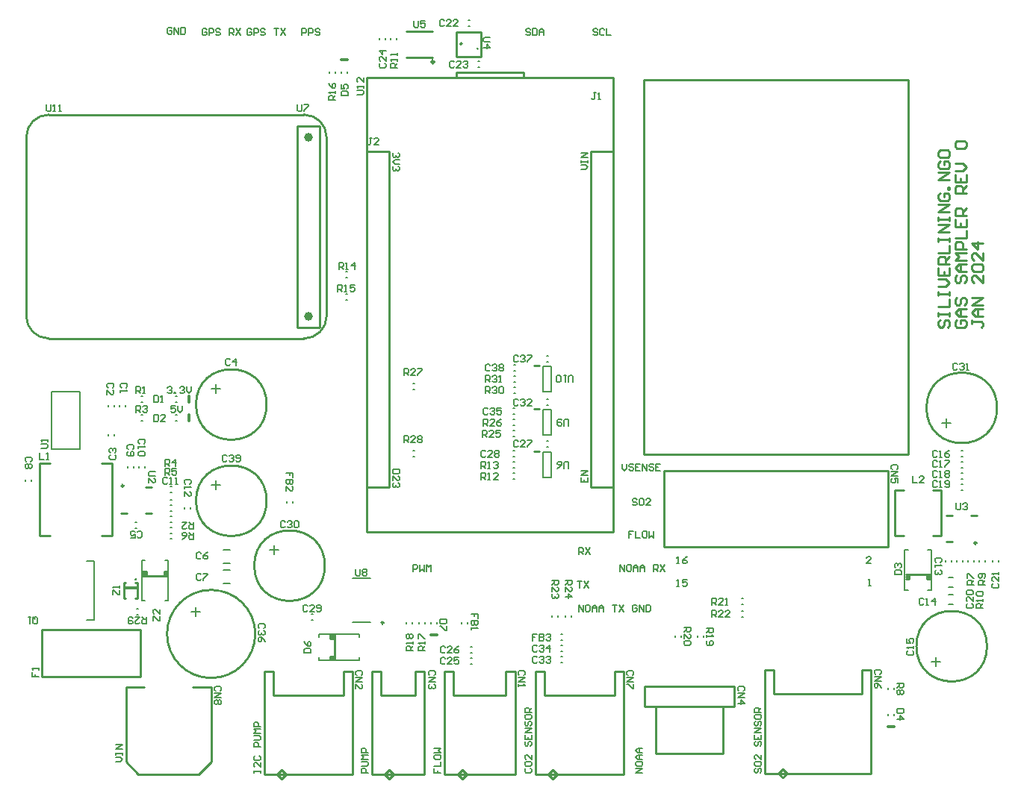
<source format=gto>
%FSLAX25Y25*%
%MOIN*%
G70*
G01*
G75*
G04 Layer_Color=65535*
%ADD10R,0.02992X0.03347*%
%ADD11R,0.04331X0.02362*%
%ADD12O,0.04331X0.02362*%
%ADD13R,0.08661X0.11024*%
%ADD14O,0.07480X0.02362*%
%ADD15R,0.07480X0.02362*%
%ADD16R,0.03347X0.02992*%
%ADD17O,0.03150X0.01102*%
%ADD18R,0.06496X0.09449*%
%ADD19R,0.00866X0.02756*%
%ADD20R,0.01378X0.01969*%
%ADD21R,0.02795X0.01811*%
%ADD22R,0.05709X0.08268*%
%ADD23R,0.10984X0.07539*%
%ADD24R,0.03500X0.05000*%
%ADD25R,0.20866X0.09843*%
%ADD26R,0.07874X0.12992*%
%ADD27R,0.07874X0.03543*%
%ADD28R,0.08268X0.05709*%
%ADD29R,0.04331X0.06890*%
%ADD30R,0.02500X0.04173*%
%ADD31R,0.24803X0.21654*%
%ADD32R,0.10827X0.03543*%
%ADD33R,0.16700X0.15000*%
%ADD34C,0.01000*%
%ADD35C,0.02500*%
%ADD36C,0.01000*%
%ADD37C,0.00800*%
%ADD38R,0.06000X0.06000*%
%ADD39C,0.06000*%
%ADD40C,0.15000*%
%ADD41C,0.07500*%
%ADD42C,0.05118*%
%ADD43R,0.05118X0.05118*%
%ADD44C,0.05906*%
%ADD45R,0.08000X0.08000*%
%ADD46C,0.08000*%
%ADD47R,0.06000X0.06000*%
%ADD48C,0.07000*%
%ADD49R,0.07000X0.07000*%
%ADD50C,0.12000*%
%ADD51C,0.23622*%
%ADD52C,0.27559*%
%ADD53C,0.02000*%
%ADD54C,0.02800*%
%ADD55C,0.05000*%
%ADD56C,0.00984*%
%ADD57C,0.00600*%
%ADD58C,0.00500*%
%ADD59C,0.01181*%
%ADD60C,0.03937*%
%ADD61C,0.00787*%
%ADD62C,0.00700*%
%ADD63C,0.00900*%
D34*
X110248Y165500D02*
G03*
X110248Y165500I-15748J0D01*
G01*
Y122500D02*
G03*
X110248Y122500I-15748J0D01*
G01*
X3000Y205000D02*
G03*
X13000Y195000I10000J0D01*
G01*
Y295000D02*
G03*
X3000Y285000I0J-10000D01*
G01*
X137000D02*
G03*
X127000Y295000I-10000J0D01*
G01*
Y195000D02*
G03*
X137000Y205000I0J10000D01*
G01*
X105185Y63000D02*
G03*
X105185Y63000I-19685J0D01*
G01*
X436248Y164000D02*
G03*
X436248Y164000I-15748J0D01*
G01*
X431748Y57500D02*
G03*
X431748Y57500I-15748J0D01*
G01*
X136248Y93500D02*
G03*
X136248Y93500I-15748J0D01*
G01*
X229500Y144500D02*
X232000D01*
X278445Y143339D02*
X396555D01*
X278445Y310661D02*
X396555D01*
Y143339D02*
Y310661D01*
X278445Y143339D02*
Y310661D01*
X287500Y136000D02*
X387500D01*
Y102000D02*
Y136000D01*
X287500Y102000D02*
X387500D01*
X287500D02*
Y136000D01*
X13000Y295000D02*
X127000D01*
X137000Y205000D02*
Y285000D01*
X3000Y205000D02*
Y285000D01*
X13000Y195000D02*
X127000D01*
X115032Y216D02*
X117000Y-1752D01*
X118968Y216D01*
X115032Y217D02*
X117000Y2185D01*
Y2185D02*
X118968Y216D01*
X113161Y35650D02*
Y46279D01*
Y35650D02*
X144461D01*
Y46378D01*
X109126Y216D02*
Y46279D01*
Y216D02*
X148496D01*
Y46378D01*
X109126Y46279D02*
X113161D01*
X144461Y46378D02*
X148496D01*
X236032Y216D02*
X238000Y-1752D01*
X239968Y216D01*
X236032Y217D02*
X238000Y2185D01*
Y2185D02*
X239968Y216D01*
X234161Y35650D02*
Y46279D01*
Y35650D02*
X265461D01*
Y46378D01*
X230126Y216D02*
Y46279D01*
Y216D02*
X269496D01*
Y46378D01*
X230126Y46279D02*
X234161D01*
X265461Y46378D02*
X269496D01*
X338531Y716D02*
X340500Y-1252D01*
X342469Y716D01*
X338531Y716D02*
X340500Y2685D01*
Y2685D02*
X342469Y716D01*
X336661Y36150D02*
Y46780D01*
Y36150D02*
X375835D01*
Y46878D01*
X332626Y716D02*
Y46780D01*
Y716D02*
X379870D01*
Y46878D01*
X332626Y46780D02*
X336661D01*
X375835Y46878D02*
X379870D01*
X284000Y9500D02*
X314049D01*
X313819Y30498D02*
X314049Y9500D01*
X279000Y30500D02*
X319000D01*
Y39500D01*
X279000Y30500D02*
Y39500D01*
X319000D01*
X284000Y9500D02*
Y30500D01*
X424634Y115905D02*
X427390D01*
X413610D02*
X416366D01*
X413610Y104095D02*
X416366D01*
X176713Y46378D02*
X180748D01*
X157126Y46279D02*
X161161D01*
X180748Y216D02*
Y46378D01*
X157126Y216D02*
X180748D01*
X157126D02*
Y46279D01*
X176713Y35650D02*
Y46378D01*
X161161Y35650D02*
X176713D01*
X161161D02*
Y46279D01*
X165000Y2185D02*
X166969Y216D01*
X163031Y217D02*
X165000Y2185D01*
Y-1752D02*
X166969Y216D01*
X163031D02*
X165000Y-1752D01*
X195000Y332012D02*
X206000D01*
X195000Y320988D02*
Y332012D01*
Y320988D02*
X206000D01*
Y332012D01*
X172594Y332405D02*
X184406D01*
X172594Y320595D02*
X184406D01*
X255000Y128500D02*
Y278500D01*
X165000Y128500D02*
Y278500D01*
X155000Y311500D02*
X265000D01*
Y108500D02*
Y311500D01*
X155000Y108500D02*
X265000D01*
X155000D02*
Y311500D01*
X225000D02*
Y314000D01*
X195000Y311500D02*
Y314000D01*
X225000D01*
X255000Y128500D02*
X265000D01*
X155000D02*
X165000D01*
X255000Y278500D02*
X265000D01*
X155000D02*
X165000D01*
X395488Y88547D02*
X397063D01*
X395488Y87563D02*
X397063D01*
Y89531D01*
X404937Y88547D02*
Y89531D01*
Y87563D02*
Y88547D01*
Y87563D02*
X406512D01*
X404937Y88547D02*
X406512D01*
X395488Y89531D02*
X406512D01*
X411236Y106764D02*
Y127236D01*
X390764Y106764D02*
Y127236D01*
X394500D01*
X407500D02*
X411236D01*
X390764Y106764D02*
X394500D01*
X407500D02*
X411236D01*
X217087Y46378D02*
X221122D01*
X189626Y46279D02*
X193661D01*
X221122Y216D02*
Y46378D01*
X189626Y216D02*
X221122D01*
X189626D02*
Y46279D01*
X217087Y35650D02*
Y46378D01*
X193661Y35650D02*
X217087D01*
X193661D02*
Y46279D01*
X197500Y2185D02*
X199469Y216D01*
X195531Y217D02*
X197500Y2185D01*
Y-1752D02*
X199469Y216D01*
X195531D02*
X197500Y-1752D01*
X8957Y106858D02*
Y139142D01*
X41142Y106858D02*
Y139142D01*
X36500Y106858D02*
X41142D01*
X8957D02*
X13500D01*
X36500Y139142D02*
X41142D01*
X8957D02*
X13500D01*
X229500Y183000D02*
X232000D01*
X229500Y163500D02*
X232000D01*
X139547Y60937D02*
Y62512D01*
X138563Y60937D02*
Y62512D01*
Y60937D02*
X140532D01*
X139547Y53063D02*
X140532D01*
X138563D02*
X139547D01*
X138563Y51488D02*
Y53063D01*
X139547Y51488D02*
Y53063D01*
X140532Y51488D02*
Y62512D01*
X77327Y39339D02*
X85496D01*
Y5776D02*
Y39339D01*
X80083Y362D02*
X85496Y5776D01*
X57642Y362D02*
X80083D01*
X53016D02*
X57642D01*
X47504Y5874D02*
X53016Y362D01*
X47504Y5874D02*
Y39339D01*
X55673D01*
X124000Y200000D02*
Y290000D01*
Y200000D02*
X134000D01*
X124000Y290000D02*
X134000D01*
Y200000D02*
Y290000D01*
X155000Y128500D02*
Y278500D01*
Y128500D02*
X165000D01*
X155000Y278500D02*
X165000D01*
Y128500D02*
Y278500D01*
X265000Y128500D02*
Y278500D01*
X255000D02*
X265000D01*
X255000Y128500D02*
X265000D01*
X255000D02*
Y278500D01*
X64437Y89953D02*
X66012D01*
X64437Y90937D02*
X66012D01*
X64437Y88968D02*
Y90937D01*
X56563Y88968D02*
Y89953D01*
Y90937D01*
X54988D02*
X56563D01*
X54988Y89953D02*
X56563D01*
X54988Y88968D02*
X66012D01*
X46646Y83484D02*
X52453D01*
X46547Y84075D02*
X52354D01*
X46547Y78957D02*
X47433D01*
X46547Y86043D02*
X47433D01*
X51567Y78957D02*
X52453D01*
X51567Y86043D02*
X52453D01*
X46547Y78957D02*
Y86043D01*
X52453Y78957D02*
Y86043D01*
X45185Y116850D02*
X47941D01*
X56209D02*
X58965D01*
X56209Y128661D02*
X58965D01*
X9953Y44067D02*
Y64933D01*
X54047D01*
Y44067D02*
Y64933D01*
X9953Y44067D02*
X54047D01*
D37*
X85642Y172436D02*
X89640D01*
X87641Y174435D02*
Y170437D01*
X85642Y129436D02*
X89640D01*
X87641Y131435D02*
Y127437D01*
X76642Y72889D02*
X80640D01*
X78641Y74888D02*
Y70889D01*
X413564Y155142D02*
Y159140D01*
X411565Y157141D02*
X415563D01*
X409064Y48642D02*
Y52640D01*
X407065Y50641D02*
X411063D01*
X111642Y100436D02*
X115640D01*
X113641Y102435D02*
Y98437D01*
D56*
X162484Y68000D02*
G03*
X162484Y68000I-492J0D01*
G01*
X427095Y103602D02*
G03*
X427095Y103602I-492J0D01*
G01*
X51862Y87474D02*
G03*
X51862Y87474I-197J0D01*
G01*
X46465Y129154D02*
G03*
X46465Y129154I-492J0D01*
G01*
D57*
X197600Y326590D02*
G03*
X197600Y326590I-600J0D01*
G01*
D58*
X204639Y324536D02*
G03*
X204639Y324536I-300J0D01*
G01*
D59*
X184996Y318626D02*
G03*
X184996Y318626I-591J0D01*
G01*
X387720Y21488D02*
X390280D01*
X183721Y62488D02*
X186279D01*
X75512Y166720D02*
Y169280D01*
X143720Y319512D02*
X146280D01*
X75512Y158221D02*
Y160780D01*
D60*
X129000Y285000D02*
D03*
Y205000D02*
D03*
D61*
X235106Y149279D02*
X235894D01*
X235106Y146721D02*
X235894D01*
X237272Y132791D02*
Y144209D01*
X233728Y132791D02*
Y144209D01*
Y132791D02*
X237272D01*
X233728Y144209D02*
X237272D01*
X148563Y87843D02*
X156437D01*
X148563Y68158D02*
X156437D01*
X199779Y67606D02*
Y68394D01*
X197221Y67606D02*
Y68394D01*
X241606Y60220D02*
X242394D01*
X241606Y62779D02*
X242394D01*
X322106Y78780D02*
X322894D01*
X322106Y76221D02*
X322894D01*
X322106Y73280D02*
X322894D01*
X322106Y70720D02*
X322894D01*
X420106Y142220D02*
X420894D01*
X420106Y144780D02*
X420894D01*
X420106Y137221D02*
X420894D01*
X420106Y139779D02*
X420894D01*
X420106Y132220D02*
X420894D01*
X420106Y134780D02*
X420894D01*
X420106Y127220D02*
X420894D01*
X420106Y129780D02*
X420894D01*
X387720Y26606D02*
Y27394D01*
X390280Y26606D02*
Y27394D01*
X53220Y137106D02*
Y137894D01*
X55779Y137106D02*
Y137894D01*
X200106Y334720D02*
X200894D01*
X200106Y337280D02*
X200894D01*
X204606Y316220D02*
X205394D01*
X204606Y318779D02*
X205394D01*
X165720Y328606D02*
Y329394D01*
X168280Y328606D02*
Y329394D01*
X163279Y328606D02*
Y329394D01*
X160721Y328606D02*
Y329394D01*
X48221Y137106D02*
Y137894D01*
X50779Y137106D02*
Y137894D01*
X418221Y95106D02*
Y95894D01*
X420780Y95106D02*
Y95894D01*
X406906Y82445D02*
Y100555D01*
X395094Y82445D02*
Y100555D01*
X405429D02*
X406906D01*
X405429Y82445D02*
X406906D01*
X395094Y100555D02*
X396571D01*
X395094Y82445D02*
X396571D01*
X413221Y95106D02*
Y95894D01*
X415779Y95106D02*
Y95894D01*
X387720Y38106D02*
Y38894D01*
X390280Y38106D02*
Y38894D01*
X425779Y95106D02*
Y95894D01*
X423220Y95106D02*
Y95894D01*
X428221Y95106D02*
Y95894D01*
X430780Y95106D02*
Y95894D01*
X436779Y95106D02*
Y95894D01*
X434221Y95106D02*
Y95894D01*
X414516Y88165D02*
X416484D01*
X414516Y83835D02*
X416484D01*
X414516Y80665D02*
X416484D01*
X414516Y76335D02*
X416484D01*
X305279Y61606D02*
Y62394D01*
X302720Y61606D02*
Y62394D01*
X295280Y61606D02*
Y62394D01*
X292721Y61606D02*
Y62394D01*
X201106Y54720D02*
X201894D01*
X201106Y57279D02*
X201894D01*
X201106Y49720D02*
X201894D01*
X201106Y52280D02*
X201894D01*
X183721Y67606D02*
Y68394D01*
X186279Y67606D02*
Y68394D01*
X178220Y67606D02*
Y68394D01*
X180780Y67606D02*
Y68394D01*
X172721Y67606D02*
Y68394D01*
X175279Y67606D02*
Y68394D01*
X130106Y69221D02*
X130894D01*
X130106Y71780D02*
X130894D01*
X121780Y121606D02*
Y122394D01*
X119220Y121606D02*
Y122394D01*
X5280Y131106D02*
Y131894D01*
X2720Y131106D02*
Y131894D01*
X14201Y171394D02*
X26799D01*
X14201Y145606D02*
X26799D01*
X14201D02*
Y171394D01*
X26799Y145606D02*
Y171394D01*
X235106Y187279D02*
X235894D01*
X235106Y184721D02*
X235894D01*
X237272Y171291D02*
Y182709D01*
X233728Y171291D02*
Y182709D01*
Y171291D02*
X237272D01*
X233728Y182709D02*
X237272D01*
X235106Y167780D02*
X235894D01*
X235106Y165220D02*
X235894D01*
X237272Y151791D02*
Y163209D01*
X233728Y151791D02*
Y163209D01*
Y151791D02*
X237272D01*
X233728Y163209D02*
X237272D01*
X243721Y70606D02*
Y71394D01*
X246280Y70606D02*
Y71394D01*
X237720Y70606D02*
Y71394D01*
X240280Y70606D02*
Y71394D01*
X241606Y55221D02*
X242394D01*
X241606Y57780D02*
X242394D01*
X241606Y50221D02*
X242394D01*
X241606Y52780D02*
X242394D01*
X220106Y156220D02*
X220894D01*
X220106Y158780D02*
X220894D01*
X220106Y161221D02*
X220894D01*
X220106Y163779D02*
X220894D01*
X220106Y151221D02*
X220894D01*
X220106Y153779D02*
X220894D01*
X220106Y137221D02*
X220894D01*
X220106Y139779D02*
X220894D01*
X220106Y142220D02*
X220894D01*
X220106Y144780D02*
X220894D01*
X220106Y132220D02*
X220894D01*
X220106Y134780D02*
X220894D01*
X145606Y222220D02*
X146394D01*
X145606Y224780D02*
X146394D01*
X145606Y212221D02*
X146394D01*
X145606Y214779D02*
X146394D01*
X69606Y166720D02*
X70394D01*
X69606Y169280D02*
X70394D01*
X54106Y166720D02*
X54894D01*
X54106Y169280D02*
X54894D01*
X133445Y51095D02*
X151555D01*
X133445Y62906D02*
X151555D01*
Y51095D02*
Y52571D01*
X133445Y51095D02*
Y52571D01*
X151555Y61429D02*
Y62906D01*
X133445Y61429D02*
Y62906D01*
X90925Y100551D02*
X94075D01*
X90925Y94449D02*
X94075D01*
X90925Y91551D02*
X94075D01*
X90925Y85449D02*
X94075D01*
X220606Y180720D02*
X221394D01*
X220606Y183280D02*
X221394D01*
X146280Y313606D02*
Y314394D01*
X143720Y313606D02*
Y314394D01*
X138221Y313606D02*
Y314394D01*
X140779Y313606D02*
Y314394D01*
X67181Y105476D02*
X67968D01*
X67181Y108035D02*
X67968D01*
X67181Y115476D02*
X67968D01*
X67181Y118035D02*
X67968D01*
X73721Y118856D02*
Y119644D01*
X76279Y118856D02*
Y119644D01*
X54594Y77945D02*
Y96055D01*
X66405Y77945D02*
Y96055D01*
X54594Y77945D02*
X56071D01*
X54594Y96055D02*
X56071D01*
X64929Y77945D02*
X66405D01*
X64929Y96055D02*
X66405D01*
X52106Y71720D02*
X52894D01*
X52106Y74279D02*
X52894D01*
X220606Y175721D02*
X221394D01*
X220606Y178279D02*
X221394D01*
X220606Y170721D02*
X221394D01*
X220606Y173280D02*
X221394D01*
X54106Y158221D02*
X54894D01*
X54106Y160780D02*
X54894D01*
X69606Y158221D02*
X70394D01*
X69606Y160780D02*
X70394D01*
X39720Y164606D02*
Y165394D01*
X42279Y164606D02*
Y165394D01*
Y151606D02*
Y152394D01*
X39720Y151606D02*
Y152394D01*
X44721Y164606D02*
Y165394D01*
X47280Y164606D02*
Y165394D01*
X67181Y113035D02*
X67968D01*
X67181Y110476D02*
X67968D01*
X67181Y120476D02*
X67968D01*
X67181Y123035D02*
X67968D01*
X51606Y112779D02*
X52394D01*
X51606Y110221D02*
X52394D01*
X67106Y126221D02*
X67894D01*
X67106Y128779D02*
X67894D01*
X30012Y95689D02*
X33260D01*
Y69311D02*
Y95689D01*
X30012Y69311D02*
X33260D01*
X175606Y144780D02*
X176394D01*
X175606Y142220D02*
X176394D01*
X175606Y174779D02*
X176394D01*
X175606Y172221D02*
X176394D01*
D62*
X222499Y148999D02*
X222000Y149499D01*
X221000D01*
X220500Y148999D01*
Y147000D01*
X221000Y146500D01*
X222000D01*
X222499Y147000D01*
X225498Y146500D02*
X223499D01*
X225498Y148499D01*
Y148999D01*
X224998Y149499D01*
X223999D01*
X223499Y148999D01*
X226498Y149499D02*
X228497D01*
Y148999D01*
X226498Y147000D01*
Y146500D01*
X245000Y137001D02*
Y139500D01*
X244500Y140000D01*
X243500D01*
X243001Y139500D01*
Y137001D01*
X240002D02*
X241001Y137501D01*
X242001Y138500D01*
Y139500D01*
X241501Y140000D01*
X240501D01*
X240002Y139500D01*
Y139000D01*
X240501Y138500D01*
X242001D01*
X93999Y185499D02*
X93499Y185999D01*
X92500D01*
X92000Y185499D01*
Y183500D01*
X92500Y183000D01*
X93499D01*
X93999Y183500D01*
X96499Y183000D02*
Y185999D01*
X94999Y184500D01*
X96998D01*
X391499Y136501D02*
X391999Y137001D01*
Y138000D01*
X391499Y138500D01*
X389500D01*
X389000Y138000D01*
Y137001D01*
X389500Y136501D01*
X389000Y135501D02*
X391999D01*
X389000Y133502D01*
X391999D01*
Y130503D02*
Y132502D01*
X390499D01*
X390999Y131502D01*
Y131002D01*
X390499Y130503D01*
X389500D01*
X389000Y131002D01*
Y132002D01*
X389500Y132502D01*
X293406Y94567D02*
X294405D01*
X293905D01*
Y97566D01*
X293406Y97066D01*
X297904Y97566D02*
X296904Y97066D01*
X295905Y96066D01*
Y95067D01*
X296405Y94567D01*
X297404D01*
X297904Y95067D01*
Y95567D01*
X297404Y96066D01*
X295905D01*
X293406Y84331D02*
X294405D01*
X293905D01*
Y87330D01*
X293406Y86830D01*
X297904Y87330D02*
X295905D01*
Y85830D01*
X296904Y86330D01*
X297404D01*
X297904Y85830D01*
Y84831D01*
X297404Y84331D01*
X296405D01*
X295905Y84831D01*
X380050Y94567D02*
X378051D01*
X380050Y96566D01*
Y97066D01*
X379551Y97566D01*
X378551D01*
X378051Y97066D01*
X378839Y84724D02*
X379838D01*
X379338D01*
Y87723D01*
X378839Y87224D01*
X92499Y142499D02*
X92000Y142999D01*
X91000D01*
X90500Y142499D01*
Y140500D01*
X91000Y140000D01*
X92000D01*
X92499Y140500D01*
X93499Y142499D02*
X93999Y142999D01*
X94999D01*
X95498Y142499D01*
Y141999D01*
X94999Y141499D01*
X94499D01*
X94999D01*
X95498Y141000D01*
Y140500D01*
X94999Y140000D01*
X93999D01*
X93499Y140500D01*
X96498D02*
X96998Y140000D01*
X97998D01*
X98497Y140500D01*
Y142499D01*
X97998Y142999D01*
X96998D01*
X96498Y142499D01*
Y141999D01*
X96998Y141499D01*
X98497D01*
X150000Y91999D02*
Y89500D01*
X150500Y89000D01*
X151499D01*
X151999Y89500D01*
Y91999D01*
X152999Y91499D02*
X153499Y91999D01*
X154499D01*
X154998Y91499D01*
Y90999D01*
X154499Y90500D01*
X154998Y90000D01*
Y89500D01*
X154499Y89000D01*
X153499D01*
X152999Y89500D01*
Y90000D01*
X153499Y90500D01*
X152999Y90999D01*
Y91499D01*
X153499Y90500D02*
X154499D01*
X12000Y299499D02*
Y297000D01*
X12500Y296500D01*
X13499D01*
X13999Y297000D01*
Y299499D01*
X14999Y296500D02*
X15999D01*
X15499D01*
Y299499D01*
X14999Y298999D01*
X17498Y296500D02*
X18498D01*
X17998D01*
Y299499D01*
X17498Y298999D01*
X257999Y332999D02*
X257500Y333499D01*
X256500D01*
X256000Y332999D01*
Y332499D01*
X256500Y331999D01*
X257500D01*
X257999Y331500D01*
Y331000D01*
X257500Y330500D01*
X256500D01*
X256000Y331000D01*
X260998Y332999D02*
X260498Y333499D01*
X259499D01*
X258999Y332999D01*
Y331000D01*
X259499Y330500D01*
X260498D01*
X260998Y331000D01*
X261998Y333499D02*
Y330500D01*
X263997D01*
X227999Y332999D02*
X227500Y333499D01*
X226500D01*
X226000Y332999D01*
Y332499D01*
X226500Y331999D01*
X227500D01*
X227999Y331500D01*
Y331000D01*
X227500Y330500D01*
X226500D01*
X226000Y331000D01*
X228999Y333499D02*
Y330500D01*
X230499D01*
X230998Y331000D01*
Y332999D01*
X230499Y333499D01*
X228999D01*
X231998Y330500D02*
Y332499D01*
X232998Y333499D01*
X233997Y332499D01*
Y330500D01*
Y331999D01*
X231998D01*
X204499Y70001D02*
Y72000D01*
X202999D01*
Y71000D01*
Y72000D01*
X201500D01*
X204499Y69001D02*
X201500D01*
Y67501D01*
X202000Y67002D01*
X202500D01*
X202999Y67501D01*
Y69001D01*
Y67501D01*
X203499Y67002D01*
X203999D01*
X204499Y67501D01*
Y69001D01*
X201500Y66002D02*
Y65002D01*
Y65502D01*
X204499D01*
X203999Y66002D01*
X269000Y138999D02*
Y137000D01*
X270000Y136000D01*
X270999Y137000D01*
Y138999D01*
X273998Y138499D02*
X273499Y138999D01*
X272499D01*
X271999Y138499D01*
Y137999D01*
X272499Y137499D01*
X273499D01*
X273998Y137000D01*
Y136500D01*
X273499Y136000D01*
X272499D01*
X271999Y136500D01*
X276997Y138999D02*
X274998D01*
Y136000D01*
X276997D01*
X274998Y137499D02*
X275998D01*
X277997Y136000D02*
Y138999D01*
X279996Y136000D01*
Y138999D01*
X282996Y138499D02*
X282496Y138999D01*
X281496D01*
X280996Y138499D01*
Y137999D01*
X281496Y137499D01*
X282496D01*
X282996Y137000D01*
Y136500D01*
X282496Y136000D01*
X281496D01*
X280996Y136500D01*
X285995Y138999D02*
X283995D01*
Y136000D01*
X285995D01*
X283995Y137499D02*
X284995D01*
X275499Y122999D02*
X274999Y123499D01*
X274000D01*
X273500Y122999D01*
Y122499D01*
X274000Y122000D01*
X274999D01*
X275499Y121500D01*
Y121000D01*
X274999Y120500D01*
X274000D01*
X273500Y121000D01*
X277998Y123499D02*
X276999D01*
X276499Y122999D01*
Y121000D01*
X276999Y120500D01*
X277998D01*
X278498Y121000D01*
Y122999D01*
X277998Y123499D01*
X281497Y120500D02*
X279498D01*
X281497Y122499D01*
Y122999D01*
X280998Y123499D01*
X279998D01*
X279498Y122999D01*
X273999Y108999D02*
X272000D01*
Y107500D01*
X273000D01*
X272000D01*
Y106000D01*
X274999Y108999D02*
Y106000D01*
X276998D01*
X279498Y108999D02*
X278498D01*
X277998Y108499D01*
Y106500D01*
X278498Y106000D01*
X279498D01*
X279997Y106500D01*
Y108499D01*
X279498Y108999D01*
X280997D02*
Y106000D01*
X281997Y107000D01*
X282996Y106000D01*
Y108999D01*
X249500Y98500D02*
Y101499D01*
X250999D01*
X251499Y100999D01*
Y99999D01*
X250999Y99500D01*
X249500D01*
X250500D02*
X251499Y98500D01*
X252499Y101499D02*
X254498Y98500D01*
Y101499D02*
X252499Y98500D01*
X249000Y86499D02*
X250999D01*
X250000D01*
Y83500D01*
X251999Y86499D02*
X253998Y83500D01*
Y86499D02*
X251999Y83500D01*
X275499Y75499D02*
X274999Y75999D01*
X274000D01*
X273500Y75499D01*
Y73500D01*
X274000Y73000D01*
X274999D01*
X275499Y73500D01*
Y74499D01*
X274500D01*
X276499Y73000D02*
Y75999D01*
X278498Y73000D01*
Y75999D01*
X279498D02*
Y73000D01*
X280998D01*
X281497Y73500D01*
Y75499D01*
X280998Y75999D01*
X279498D01*
X230999Y62999D02*
X229000D01*
Y61500D01*
X230000D01*
X229000D01*
Y60000D01*
X231999Y62999D02*
Y60000D01*
X233499D01*
X233998Y60500D01*
Y61000D01*
X233499Y61500D01*
X231999D01*
X233499D01*
X233998Y61999D01*
Y62499D01*
X233499Y62999D01*
X231999D01*
X234998Y62499D02*
X235498Y62999D01*
X236498D01*
X236997Y62499D01*
Y61999D01*
X236498Y61500D01*
X235998D01*
X236498D01*
X236997Y61000D01*
Y60500D01*
X236498Y60000D01*
X235498D01*
X234998Y60500D01*
X104501Y1000D02*
Y2000D01*
Y1500D01*
X107500D01*
Y1000D01*
Y2000D01*
Y5499D02*
Y3499D01*
X105501Y5499D01*
X105001D01*
X104501Y4999D01*
Y3999D01*
X105001Y3499D01*
Y8498D02*
X104501Y7998D01*
Y6998D01*
X105001Y6498D01*
X107000D01*
X107500Y6998D01*
Y7998D01*
X107000Y8498D01*
X107500Y12496D02*
X104501D01*
Y13996D01*
X105001Y14496D01*
X106000D01*
X106500Y13996D01*
Y12496D01*
X104501Y15495D02*
X107000D01*
X107500Y15995D01*
Y16995D01*
X107000Y17495D01*
X104501D01*
X107500Y18494D02*
X104501D01*
X105501Y19494D01*
X104501Y20494D01*
X107500D01*
Y21493D02*
X104501D01*
Y22993D01*
X105001Y23493D01*
X106000D01*
X106500Y22993D01*
Y21493D01*
X152499Y44501D02*
X152999Y45000D01*
Y46000D01*
X152499Y46500D01*
X150500D01*
X150000Y46000D01*
Y45000D01*
X150500Y44501D01*
X150000Y43501D02*
X152999D01*
X150000Y41502D01*
X152999D01*
X150000Y38503D02*
Y40502D01*
X151999Y38503D01*
X152499D01*
X152999Y39002D01*
Y40002D01*
X152499Y40502D01*
X108999Y65501D02*
X109499Y66000D01*
Y67000D01*
X108999Y67500D01*
X107000D01*
X106500Y67000D01*
Y66000D01*
X107000Y65501D01*
X108999Y64501D02*
X109499Y64001D01*
Y63001D01*
X108999Y62502D01*
X108499D01*
X108000Y63001D01*
Y63501D01*
Y63001D01*
X107500Y62502D01*
X107000D01*
X106500Y63001D01*
Y64001D01*
X107000Y64501D01*
X109499Y59503D02*
X108999Y60502D01*
X108000Y61502D01*
X107000D01*
X106500Y61002D01*
Y60002D01*
X107000Y59503D01*
X107500D01*
X108000Y60002D01*
Y61502D01*
X226001Y2999D02*
X225501Y2499D01*
Y1500D01*
X226001Y1000D01*
X228000D01*
X228500Y1500D01*
Y2499D01*
X228000Y2999D01*
X225501Y5499D02*
Y4499D01*
X226001Y3999D01*
X228000D01*
X228500Y4499D01*
Y5499D01*
X228000Y5998D01*
X226001D01*
X225501Y5499D01*
X228500Y8997D02*
Y6998D01*
X226501Y8997D01*
X226001D01*
X225501Y8498D01*
Y7498D01*
X226001Y6998D01*
Y14996D02*
X225501Y14496D01*
Y13496D01*
X226001Y12996D01*
X226501D01*
X227000Y13496D01*
Y14496D01*
X227500Y14996D01*
X228000D01*
X228500Y14496D01*
Y13496D01*
X228000Y12996D01*
X225501Y17995D02*
Y15995D01*
X228500D01*
Y17995D01*
X227000Y15995D02*
Y16995D01*
X228500Y18994D02*
X225501D01*
X228500Y20993D01*
X225501D01*
X226001Y23993D02*
X225501Y23493D01*
Y22493D01*
X226001Y21993D01*
X226501D01*
X227000Y22493D01*
Y23493D01*
X227500Y23993D01*
X228000D01*
X228500Y23493D01*
Y22493D01*
X228000Y21993D01*
X225501Y26492D02*
Y25492D01*
X226001Y24992D01*
X228000D01*
X228500Y25492D01*
Y26492D01*
X228000Y26992D01*
X226001D01*
X225501Y26492D01*
X228500Y27991D02*
X225501D01*
Y29491D01*
X226001Y29991D01*
X227000D01*
X227500Y29491D01*
Y27991D01*
Y28991D02*
X228500Y29991D01*
X273499Y44501D02*
X273999Y45000D01*
Y46000D01*
X273499Y46500D01*
X271500D01*
X271000Y46000D01*
Y45000D01*
X271500Y44501D01*
X271000Y43501D02*
X273999D01*
X271000Y41502D01*
X273999D01*
Y40502D02*
Y38503D01*
X273499D01*
X271500Y40502D01*
X271000D01*
X328501Y2999D02*
X328001Y2499D01*
Y1500D01*
X328501Y1000D01*
X329001D01*
X329501Y1500D01*
Y2499D01*
X330000Y2999D01*
X330500D01*
X331000Y2499D01*
Y1500D01*
X330500Y1000D01*
X328001Y5499D02*
Y4499D01*
X328501Y3999D01*
X330500D01*
X331000Y4499D01*
Y5499D01*
X330500Y5998D01*
X328501D01*
X328001Y5499D01*
X331000Y8997D02*
Y6998D01*
X329001Y8997D01*
X328501D01*
X328001Y8498D01*
Y7498D01*
X328501Y6998D01*
Y14996D02*
X328001Y14496D01*
Y13496D01*
X328501Y12996D01*
X329001D01*
X329501Y13496D01*
Y14496D01*
X330000Y14996D01*
X330500D01*
X331000Y14496D01*
Y13496D01*
X330500Y12996D01*
X328001Y17995D02*
Y15995D01*
X331000D01*
Y17995D01*
X329501Y15995D02*
Y16995D01*
X331000Y18994D02*
X328001D01*
X331000Y20993D01*
X328001D01*
X328501Y23993D02*
X328001Y23493D01*
Y22493D01*
X328501Y21993D01*
X329001D01*
X329501Y22493D01*
Y23493D01*
X330000Y23993D01*
X330500D01*
X331000Y23493D01*
Y22493D01*
X330500Y21993D01*
X328001Y26492D02*
Y25492D01*
X328501Y24992D01*
X330500D01*
X331000Y25492D01*
Y26492D01*
X330500Y26992D01*
X328501D01*
X328001Y26492D01*
X331000Y27991D02*
X328001D01*
Y29491D01*
X328501Y29991D01*
X329501D01*
X330000Y29491D01*
Y27991D01*
Y28991D02*
X331000Y29991D01*
X383999Y45001D02*
X384499Y45500D01*
Y46500D01*
X383999Y47000D01*
X382000D01*
X381500Y46500D01*
Y45500D01*
X382000Y45001D01*
X381500Y44001D02*
X384499D01*
X381500Y42002D01*
X384499D01*
Y39003D02*
X383999Y40002D01*
X382999Y41002D01*
X382000D01*
X381500Y40502D01*
Y39502D01*
X382000Y39003D01*
X382500D01*
X382999Y39502D01*
Y41002D01*
X309000Y76000D02*
Y78999D01*
X310500D01*
X310999Y78499D01*
Y77500D01*
X310500Y77000D01*
X309000D01*
X310000D02*
X310999Y76000D01*
X313998D02*
X311999D01*
X313998Y77999D01*
Y78499D01*
X313498Y78999D01*
X312499D01*
X311999Y78499D01*
X314998Y76000D02*
X315998D01*
X315498D01*
Y78999D01*
X314998Y78499D01*
X309000Y70500D02*
Y73499D01*
X310500D01*
X310999Y72999D01*
Y72000D01*
X310500Y71500D01*
X309000D01*
X310000D02*
X310999Y70500D01*
X313998D02*
X311999D01*
X313998Y72499D01*
Y72999D01*
X313498Y73499D01*
X312499D01*
X311999Y72999D01*
X316997Y70500D02*
X314998D01*
X316997Y72499D01*
Y72999D01*
X316498Y73499D01*
X315498D01*
X314998Y72999D01*
X278000Y1000D02*
X275001D01*
X278000Y2999D01*
X275001D01*
Y5499D02*
Y4499D01*
X275501Y3999D01*
X277500D01*
X278000Y4499D01*
Y5499D01*
X277500Y5998D01*
X275501D01*
X275001Y5499D01*
X278000Y6998D02*
X276001D01*
X275001Y7998D01*
X276001Y8997D01*
X278000D01*
X276501D01*
Y6998D01*
X278000Y9997D02*
X276001D01*
X275001Y10997D01*
X276001Y11996D01*
X278000D01*
X276501D01*
Y9997D01*
X322999Y37501D02*
X323499Y38001D01*
Y39000D01*
X322999Y39500D01*
X321000D01*
X320500Y39000D01*
Y38001D01*
X321000Y37501D01*
X320500Y36501D02*
X323499D01*
X320500Y34502D01*
X323499D01*
X320500Y32002D02*
X323499D01*
X322000Y33502D01*
Y31503D01*
X409499Y144499D02*
X408999Y144999D01*
X408000D01*
X407500Y144499D01*
Y142500D01*
X408000Y142000D01*
X408999D01*
X409499Y142500D01*
X410499Y142000D02*
X411499D01*
X410999D01*
Y144999D01*
X410499Y144499D01*
X414998Y144999D02*
X413998Y144499D01*
X412998Y143500D01*
Y142500D01*
X413498Y142000D01*
X414498D01*
X414998Y142500D01*
Y143000D01*
X414498Y143500D01*
X412998D01*
X409499Y139999D02*
X408999Y140499D01*
X408000D01*
X407500Y139999D01*
Y138000D01*
X408000Y137500D01*
X408999D01*
X409499Y138000D01*
X410499Y137500D02*
X411499D01*
X410999D01*
Y140499D01*
X410499Y139999D01*
X412998Y140499D02*
X414998D01*
Y139999D01*
X412998Y138000D01*
Y137500D01*
X409499Y135499D02*
X408999Y135999D01*
X408000D01*
X407500Y135499D01*
Y133500D01*
X408000Y133000D01*
X408999D01*
X409499Y133500D01*
X410499Y133000D02*
X411499D01*
X410999D01*
Y135999D01*
X410499Y135499D01*
X412998D02*
X413498Y135999D01*
X414498D01*
X414998Y135499D01*
Y134999D01*
X414498Y134500D01*
X414998Y134000D01*
Y133500D01*
X414498Y133000D01*
X413498D01*
X412998Y133500D01*
Y134000D01*
X413498Y134500D01*
X412998Y134999D01*
Y135499D01*
X413498Y134500D02*
X414498D01*
X409499Y130999D02*
X408999Y131499D01*
X408000D01*
X407500Y130999D01*
Y129000D01*
X408000Y128500D01*
X408999D01*
X409499Y129000D01*
X410499Y128500D02*
X411499D01*
X410999D01*
Y131499D01*
X410499Y130999D01*
X412998Y129000D02*
X413498Y128500D01*
X414498D01*
X414998Y129000D01*
Y130999D01*
X414498Y131499D01*
X413498D01*
X412998Y130999D01*
Y130499D01*
X413498Y129999D01*
X414998D01*
X418499Y183499D02*
X418000Y183999D01*
X417000D01*
X416500Y183499D01*
Y181500D01*
X417000Y181000D01*
X418000D01*
X418499Y181500D01*
X419499Y183499D02*
X419999Y183999D01*
X420998D01*
X421498Y183499D01*
Y182999D01*
X420998Y182500D01*
X420499D01*
X420998D01*
X421498Y182000D01*
Y181500D01*
X420998Y181000D01*
X419999D01*
X419499Y181500D01*
X422498Y181000D02*
X423498D01*
X422998D01*
Y183999D01*
X422498Y183499D01*
X418000Y121499D02*
Y119000D01*
X418500Y118500D01*
X419499D01*
X419999Y119000D01*
Y121499D01*
X420999Y120999D02*
X421499Y121499D01*
X422499D01*
X422998Y120999D01*
Y120499D01*
X422499Y120000D01*
X421999D01*
X422499D01*
X422998Y119500D01*
Y119000D01*
X422499Y118500D01*
X421499D01*
X420999Y119000D01*
X396501Y55499D02*
X396001Y55000D01*
Y54000D01*
X396501Y53500D01*
X398500D01*
X399000Y54000D01*
Y55000D01*
X398500Y55499D01*
X399000Y56499D02*
Y57499D01*
Y56999D01*
X396001D01*
X396501Y56499D01*
X396001Y60998D02*
Y58998D01*
X397500D01*
X397001Y59998D01*
Y60498D01*
X397500Y60998D01*
X398500D01*
X399000Y60498D01*
Y59498D01*
X398500Y58998D01*
X394499Y29500D02*
X391500D01*
Y28001D01*
X392000Y27501D01*
X393999D01*
X394499Y28001D01*
Y29500D01*
X391500Y25001D02*
X394499D01*
X393000Y26501D01*
Y24502D01*
X155500Y1000D02*
X152501D01*
Y2499D01*
X153001Y2999D01*
X154000D01*
X154500Y2499D01*
Y1000D01*
X152501Y3999D02*
X155000D01*
X155500Y4499D01*
Y5499D01*
X155000Y5998D01*
X152501D01*
X155500Y6998D02*
X152501D01*
X153501Y7998D01*
X152501Y8997D01*
X155500D01*
Y9997D02*
X152501D01*
Y11497D01*
X153001Y11996D01*
X154000D01*
X154500Y11497D01*
Y9997D01*
X184999Y44501D02*
X185499Y45000D01*
Y46000D01*
X184999Y46500D01*
X183000D01*
X182500Y46000D01*
Y45000D01*
X183000Y44501D01*
X182500Y43501D02*
X185499D01*
X182500Y41502D01*
X185499D01*
X184999Y40502D02*
X185499Y40002D01*
Y39002D01*
X184999Y38503D01*
X184499D01*
X184000Y39002D01*
Y39502D01*
Y39002D01*
X183500Y38503D01*
X183000D01*
X182500Y39002D01*
Y40002D01*
X183000Y40502D01*
X55499Y148001D02*
X55999Y148501D01*
Y149500D01*
X55499Y150000D01*
X53500D01*
X53000Y149500D01*
Y148501D01*
X53500Y148001D01*
X53000Y147001D02*
Y146001D01*
Y146501D01*
X55999D01*
X55499Y147001D01*
Y144502D02*
X55999Y144002D01*
Y143002D01*
X55499Y142502D01*
X53500D01*
X53000Y143002D01*
Y144002D01*
X53500Y144502D01*
X55499D01*
X189499Y336999D02*
X188999Y337499D01*
X188000D01*
X187500Y336999D01*
Y335000D01*
X188000Y334500D01*
X188999D01*
X189499Y335000D01*
X192498Y334500D02*
X190499D01*
X192498Y336499D01*
Y336999D01*
X191999Y337499D01*
X190999D01*
X190499Y336999D01*
X195497Y334500D02*
X193498D01*
X195497Y336499D01*
Y336999D01*
X194998Y337499D01*
X193998D01*
X193498Y336999D01*
X193999Y318499D02*
X193500Y318999D01*
X192500D01*
X192000Y318499D01*
Y316500D01*
X192500Y316000D01*
X193500D01*
X193999Y316500D01*
X196998Y316000D02*
X194999D01*
X196998Y317999D01*
Y318499D01*
X196499Y318999D01*
X195499D01*
X194999Y318499D01*
X197998D02*
X198498Y318999D01*
X199498D01*
X199997Y318499D01*
Y317999D01*
X199498Y317499D01*
X198998D01*
X199498D01*
X199997Y317000D01*
Y316500D01*
X199498Y316000D01*
X198498D01*
X197998Y316500D01*
X209999Y329500D02*
X207500D01*
X207000Y329000D01*
Y328000D01*
X207500Y327501D01*
X209999D01*
X207000Y325002D02*
X209999D01*
X208500Y326501D01*
Y324502D01*
X176000Y336999D02*
Y334500D01*
X176500Y334000D01*
X177499D01*
X177999Y334500D01*
Y336999D01*
X180998D02*
X178999D01*
Y335500D01*
X179999Y335999D01*
X180499D01*
X180998Y335500D01*
Y334500D01*
X180499Y334000D01*
X179499D01*
X178999Y334500D01*
X168500Y316000D02*
X165501D01*
Y317499D01*
X166001Y317999D01*
X167000D01*
X167500Y317499D01*
Y316000D01*
Y317000D02*
X168500Y317999D01*
Y318999D02*
Y319999D01*
Y319499D01*
X165501D01*
X166001Y318999D01*
X168500Y321498D02*
Y322498D01*
Y321998D01*
X165501D01*
X166001Y321498D01*
X161001Y317999D02*
X160501Y317499D01*
Y316500D01*
X161001Y316000D01*
X163000D01*
X163500Y316500D01*
Y317499D01*
X163000Y317999D01*
X163500Y320998D02*
Y318999D01*
X161501Y320998D01*
X161001D01*
X160501Y320498D01*
Y319499D01*
X161001Y318999D01*
X163500Y323498D02*
X160501D01*
X162001Y321998D01*
Y323997D01*
X150501Y304000D02*
X153000D01*
X153500Y304500D01*
Y305500D01*
X153000Y305999D01*
X150501D01*
X153500Y306999D02*
Y307999D01*
Y307499D01*
X150501D01*
X151001Y306999D01*
X153500Y311498D02*
Y309498D01*
X151501Y311498D01*
X151001D01*
X150501Y310998D01*
Y309998D01*
X151001Y309498D01*
X168999Y278000D02*
X169499Y277500D01*
Y276501D01*
X168999Y276001D01*
X168499D01*
X167999Y276501D01*
Y277000D01*
Y276501D01*
X167500Y276001D01*
X167000D01*
X166500Y276501D01*
Y277500D01*
X167000Y278000D01*
X169499Y275001D02*
X167500D01*
X166500Y274001D01*
X167500Y273002D01*
X169499D01*
X168999Y272002D02*
X169499Y271502D01*
Y270502D01*
X168999Y270003D01*
X168499D01*
X167999Y270502D01*
Y271002D01*
Y270502D01*
X167500Y270003D01*
X167000D01*
X166500Y270502D01*
Y271502D01*
X167000Y272002D01*
X250501Y270500D02*
X252500D01*
X253500Y271500D01*
X252500Y272499D01*
X250501D01*
Y273499D02*
Y274499D01*
Y273999D01*
X253500D01*
Y273499D01*
Y274499D01*
Y275998D02*
X250501D01*
X253500Y277998D01*
X250501D01*
X169499Y136500D02*
X166500D01*
Y135001D01*
X167000Y134501D01*
X168999D01*
X169499Y135001D01*
Y136500D01*
X166500Y131502D02*
Y133501D01*
X168499Y131502D01*
X168999D01*
X169499Y132001D01*
Y133001D01*
X168999Y133501D01*
Y130502D02*
X169499Y130002D01*
Y129002D01*
X168999Y128503D01*
X168499D01*
X167999Y129002D01*
Y129502D01*
Y129002D01*
X167500Y128503D01*
X167000D01*
X166500Y129002D01*
Y130002D01*
X167000Y130502D01*
X250501Y132999D02*
Y131000D01*
X253500D01*
Y132999D01*
X252000Y131000D02*
Y132000D01*
X253500Y133999D02*
X250501D01*
X253500Y135998D01*
X250501D01*
X67999Y333499D02*
X67500Y333999D01*
X66500D01*
X66000Y333499D01*
Y331500D01*
X66500Y331000D01*
X67500D01*
X67999Y331500D01*
Y332500D01*
X67000D01*
X68999Y331000D02*
Y333999D01*
X70998Y331000D01*
Y333999D01*
X71998D02*
Y331000D01*
X73498D01*
X73997Y331500D01*
Y333499D01*
X73498Y333999D01*
X71998D01*
X50499Y145501D02*
X50999Y146001D01*
Y147000D01*
X50499Y147500D01*
X48500D01*
X48000Y147000D01*
Y146001D01*
X48500Y145501D01*
Y144501D02*
X48000Y144001D01*
Y143001D01*
X48500Y142502D01*
X50499D01*
X50999Y143001D01*
Y144001D01*
X50499Y144501D01*
X49999D01*
X49499Y144001D01*
Y142502D01*
X430000Y74500D02*
X427001D01*
Y75999D01*
X427501Y76499D01*
X428501D01*
X429000Y75999D01*
Y74500D01*
Y75500D02*
X430000Y76499D01*
Y77499D02*
Y78499D01*
Y77999D01*
X427001D01*
X427501Y77499D01*
Y79998D02*
X427001Y80498D01*
Y81498D01*
X427501Y81998D01*
X429500D01*
X430000Y81498D01*
Y80498D01*
X429500Y79998D01*
X427501D01*
X390501Y89500D02*
X393500D01*
Y91000D01*
X393000Y91499D01*
X391001D01*
X390501Y91000D01*
Y89500D01*
X391001Y92499D02*
X390501Y92999D01*
Y93999D01*
X391001Y94498D01*
X391501D01*
X392001Y93999D01*
Y93499D01*
Y93999D01*
X392500Y94498D01*
X393000D01*
X393500Y93999D01*
Y92999D01*
X393000Y92499D01*
X398500Y133499D02*
Y130500D01*
X400499D01*
X403498D02*
X401499D01*
X403498Y132499D01*
Y132999D01*
X402998Y133499D01*
X401999D01*
X401499Y132999D01*
X423001Y76499D02*
X422501Y75999D01*
Y75000D01*
X423001Y74500D01*
X425000D01*
X425500Y75000D01*
Y75999D01*
X425000Y76499D01*
X425500Y79498D02*
Y77499D01*
X423501Y79498D01*
X423001D01*
X422501Y78999D01*
Y77999D01*
X423001Y77499D01*
Y80498D02*
X422501Y80998D01*
Y81998D01*
X423001Y82497D01*
X425000D01*
X425500Y81998D01*
Y80998D01*
X425000Y80498D01*
X423001D01*
X391500Y41000D02*
X394499D01*
Y39500D01*
X393999Y39001D01*
X393000D01*
X392500Y39500D01*
Y41000D01*
Y40000D02*
X391500Y39001D01*
X393999Y38001D02*
X394499Y37501D01*
Y36501D01*
X393999Y36002D01*
X393499D01*
X393000Y36501D01*
X392500Y36002D01*
X392000D01*
X391500Y36501D01*
Y37501D01*
X392000Y38001D01*
X392500D01*
X393000Y37501D01*
X393499Y38001D01*
X393999D01*
X393000Y37501D02*
Y36501D01*
X426000Y85000D02*
X423001D01*
Y86500D01*
X423501Y86999D01*
X424501D01*
X425000Y86500D01*
Y85000D01*
Y86000D02*
X426000Y86999D01*
X423001Y87999D02*
Y89998D01*
X423501D01*
X425500Y87999D01*
X426000D01*
X431000Y85000D02*
X428001D01*
Y86500D01*
X428501Y86999D01*
X429500D01*
X430000Y86500D01*
Y85000D01*
Y86000D02*
X431000Y86999D01*
X430500Y87999D02*
X431000Y88499D01*
Y89499D01*
X430500Y89998D01*
X428501D01*
X428001Y89499D01*
Y88499D01*
X428501Y87999D01*
X429001D01*
X429500Y88499D01*
Y89998D01*
X434501Y85499D02*
X434001Y85000D01*
Y84000D01*
X434501Y83500D01*
X436500D01*
X437000Y84000D01*
Y85000D01*
X436500Y85499D01*
X437000Y88498D02*
Y86499D01*
X435001Y88498D01*
X434501D01*
X434001Y87999D01*
Y86999D01*
X434501Y86499D01*
X437000Y89498D02*
Y90498D01*
Y89998D01*
X434001D01*
X434501Y89498D01*
X410999Y95001D02*
X411499Y95500D01*
Y96500D01*
X410999Y97000D01*
X409000D01*
X408500Y96500D01*
Y95500D01*
X409000Y95001D01*
X408500Y94001D02*
Y93001D01*
Y93501D01*
X411499D01*
X410999Y94001D01*
Y91502D02*
X411499Y91002D01*
Y90002D01*
X410999Y89502D01*
X410499D01*
X410000Y90002D01*
Y90502D01*
Y90002D01*
X409500Y89502D01*
X409000D01*
X408500Y90002D01*
Y91002D01*
X409000Y91502D01*
X403499Y78499D02*
X402999Y78999D01*
X402000D01*
X401500Y78499D01*
Y76500D01*
X402000Y76000D01*
X402999D01*
X403499Y76500D01*
X404499Y76000D02*
X405499D01*
X404999D01*
Y78999D01*
X404499Y78499D01*
X408498Y76000D02*
Y78999D01*
X406998Y77500D01*
X408998D01*
X306500Y65500D02*
X309499D01*
Y64000D01*
X308999Y63501D01*
X307999D01*
X307500Y64000D01*
Y65500D01*
Y64500D02*
X306500Y63501D01*
Y62501D02*
Y61501D01*
Y62001D01*
X309499D01*
X308999Y62501D01*
X307000Y60002D02*
X306500Y59502D01*
Y58502D01*
X307000Y58002D01*
X308999D01*
X309499Y58502D01*
Y59502D01*
X308999Y60002D01*
X308499D01*
X307999Y59502D01*
Y58002D01*
X296500Y66000D02*
X299499D01*
Y64500D01*
X298999Y64001D01*
X298000D01*
X297500Y64500D01*
Y66000D01*
Y65000D02*
X296500Y64001D01*
Y61002D02*
Y63001D01*
X298499Y61002D01*
X298999D01*
X299499Y61501D01*
Y62501D01*
X298999Y63001D01*
Y60002D02*
X299499Y59502D01*
Y58502D01*
X298999Y58003D01*
X297000D01*
X296500Y58502D01*
Y59502D01*
X297000Y60002D01*
X298999D01*
X189999Y56999D02*
X189499Y57499D01*
X188500D01*
X188000Y56999D01*
Y55000D01*
X188500Y54500D01*
X189499D01*
X189999Y55000D01*
X192998Y54500D02*
X190999D01*
X192998Y56499D01*
Y56999D01*
X192499Y57499D01*
X191499D01*
X190999Y56999D01*
X195997Y57499D02*
X194998Y56999D01*
X193998Y55999D01*
Y55000D01*
X194498Y54500D01*
X195498D01*
X195997Y55000D01*
Y55500D01*
X195498Y55999D01*
X193998D01*
X189999Y51999D02*
X189499Y52499D01*
X188500D01*
X188000Y51999D01*
Y50000D01*
X188500Y49500D01*
X189499D01*
X189999Y50000D01*
X192998Y49500D02*
X190999D01*
X192998Y51499D01*
Y51999D01*
X192499Y52499D01*
X191499D01*
X190999Y51999D01*
X195997Y52499D02*
X193998D01*
Y50999D01*
X194998Y51499D01*
X195498D01*
X195997Y50999D01*
Y50000D01*
X195498Y49500D01*
X194498D01*
X193998Y50000D01*
X185001Y2999D02*
Y1000D01*
X186501D01*
Y2000D01*
Y1000D01*
X188000D01*
X185001Y3999D02*
X188000D01*
Y5998D01*
X185001Y8498D02*
Y7498D01*
X185501Y6998D01*
X187500D01*
X188000Y7498D01*
Y8498D01*
X187500Y8997D01*
X185501D01*
X185001Y8498D01*
Y9997D02*
X188000D01*
X187000Y10997D01*
X188000Y11996D01*
X185001D01*
X224999Y44501D02*
X225499Y45000D01*
Y46000D01*
X224999Y46500D01*
X223000D01*
X222500Y46000D01*
Y45000D01*
X223000Y44501D01*
X222500Y43501D02*
X225499D01*
X222500Y41502D01*
X225499D01*
X222500Y40502D02*
Y39502D01*
Y40002D01*
X225499D01*
X224999Y40502D01*
X190499Y69500D02*
X187500D01*
Y68001D01*
X188000Y67501D01*
X189999D01*
X190499Y68001D01*
Y69500D01*
Y66501D02*
Y64502D01*
X189999D01*
X188000Y66501D01*
X187500D01*
X181000Y55500D02*
X178001D01*
Y56999D01*
X178501Y57499D01*
X179500D01*
X180000Y56999D01*
Y55500D01*
Y56500D02*
X181000Y57499D01*
Y58499D02*
Y59499D01*
Y58999D01*
X178001D01*
X178501Y58499D01*
X178001Y60998D02*
Y62998D01*
X178501D01*
X180500Y60998D01*
X181000D01*
X175500Y55500D02*
X172501D01*
Y56999D01*
X173001Y57499D01*
X174001D01*
X174500Y56999D01*
Y55500D01*
Y56500D02*
X175500Y57499D01*
Y58499D02*
Y59499D01*
Y58999D01*
X172501D01*
X173001Y58499D01*
Y60998D02*
X172501Y61498D01*
Y62498D01*
X173001Y62998D01*
X173501D01*
X174001Y62498D01*
X174500Y62998D01*
X175000D01*
X175500Y62498D01*
Y61498D01*
X175000Y60998D01*
X174500D01*
X174001Y61498D01*
X173501Y60998D01*
X173001D01*
X174001Y61498D02*
Y62498D01*
X175500Y91000D02*
Y93999D01*
X176999D01*
X177499Y93499D01*
Y92500D01*
X176999Y92000D01*
X175500D01*
X178499Y93999D02*
Y91000D01*
X179499Y92000D01*
X180498Y91000D01*
Y93999D01*
X181498Y91000D02*
Y93999D01*
X182498Y92999D01*
X183497Y93999D01*
Y91000D01*
X128499Y75499D02*
X127999Y75999D01*
X127000D01*
X126500Y75499D01*
Y73500D01*
X127000Y73000D01*
X127999D01*
X128499Y73500D01*
X131498Y73000D02*
X129499D01*
X131498Y74999D01*
Y75499D01*
X130999Y75999D01*
X129999D01*
X129499Y75499D01*
X132498Y73500D02*
X132998Y73000D01*
X133998D01*
X134497Y73500D01*
Y75499D01*
X133998Y75999D01*
X132998D01*
X132498Y75499D01*
Y74999D01*
X132998Y74499D01*
X134497D01*
X121999Y133001D02*
Y135000D01*
X120500D01*
Y134000D01*
Y135000D01*
X119000D01*
X121999Y132001D02*
X119000D01*
Y130501D01*
X119500Y130002D01*
X120000D01*
X120500Y130501D01*
Y132001D01*
Y130501D01*
X120999Y130002D01*
X121499D01*
X121999Y130501D01*
Y132001D01*
X119000Y127003D02*
Y129002D01*
X120999Y127003D01*
X121499D01*
X121999Y127502D01*
Y128502D01*
X121499Y129002D01*
X118499Y112999D02*
X117999Y113499D01*
X117000D01*
X116500Y112999D01*
Y111000D01*
X117000Y110500D01*
X117999D01*
X118499Y111000D01*
X119499Y112999D02*
X119999Y113499D01*
X120999D01*
X121498Y112999D01*
Y112499D01*
X120999Y111999D01*
X120499D01*
X120999D01*
X121498Y111500D01*
Y111000D01*
X120999Y110500D01*
X119999D01*
X119499Y111000D01*
X122498Y112999D02*
X122998Y113499D01*
X123998D01*
X124497Y112999D01*
Y111000D01*
X123998Y110500D01*
X122998D01*
X122498Y111000D01*
Y112999D01*
X4999Y140001D02*
X5499Y140500D01*
Y141500D01*
X4999Y142000D01*
X3000D01*
X2500Y141500D01*
Y140500D01*
X3000Y140001D01*
X4999Y139001D02*
X5499Y138501D01*
Y137501D01*
X4999Y137002D01*
X4499D01*
X3999Y137501D01*
X3500Y137002D01*
X3000D01*
X2500Y137501D01*
Y138501D01*
X3000Y139001D01*
X3500D01*
X3999Y138501D01*
X4499Y139001D01*
X4999D01*
X3999Y138501D02*
Y137501D01*
X9000Y143999D02*
Y141000D01*
X10999D01*
X11999D02*
X12999D01*
X12499D01*
Y143999D01*
X11999Y143499D01*
X9501Y146000D02*
X12000D01*
X12500Y146500D01*
Y147500D01*
X12000Y147999D01*
X9501D01*
X12500Y148999D02*
Y149999D01*
Y149499D01*
X9501D01*
X10001Y148999D01*
X222499Y186999D02*
X222000Y187499D01*
X221000D01*
X220500Y186999D01*
Y185000D01*
X221000Y184500D01*
X222000D01*
X222499Y185000D01*
X223499Y186999D02*
X223999Y187499D01*
X224998D01*
X225498Y186999D01*
Y186499D01*
X224998Y186000D01*
X224499D01*
X224998D01*
X225498Y185500D01*
Y185000D01*
X224998Y184500D01*
X223999D01*
X223499Y185000D01*
X226498Y187499D02*
X228497D01*
Y186999D01*
X226498Y185000D01*
Y184500D01*
X247000Y175501D02*
Y178000D01*
X246500Y178500D01*
X245500D01*
X245001Y178000D01*
Y175501D01*
X244001Y178500D02*
X243001D01*
X243501D01*
Y175501D01*
X244001Y176001D01*
X241502D02*
X241002Y175501D01*
X240002D01*
X239502Y176001D01*
Y178000D01*
X240002Y178500D01*
X241002D01*
X241502Y178000D01*
Y176001D01*
X222499Y167499D02*
X222000Y167999D01*
X221000D01*
X220500Y167499D01*
Y165500D01*
X221000Y165000D01*
X222000D01*
X222499Y165500D01*
X223499Y167499D02*
X223999Y167999D01*
X224998D01*
X225498Y167499D01*
Y166999D01*
X224998Y166499D01*
X224499D01*
X224998D01*
X225498Y166000D01*
Y165500D01*
X224998Y165000D01*
X223999D01*
X223499Y165500D01*
X228497Y165000D02*
X226498D01*
X228497Y166999D01*
Y167499D01*
X227998Y167999D01*
X226998D01*
X226498Y167499D01*
X245000Y156001D02*
Y158500D01*
X244500Y159000D01*
X243500D01*
X243001Y158500D01*
Y156001D01*
X242001Y158500D02*
X241501Y159000D01*
X240501D01*
X240002Y158500D01*
Y156501D01*
X240501Y156001D01*
X241501D01*
X242001Y156501D01*
Y157001D01*
X241501Y157501D01*
X240002D01*
X243500Y87000D02*
X246499D01*
Y85501D01*
X245999Y85001D01*
X245000D01*
X244500Y85501D01*
Y87000D01*
Y86000D02*
X243500Y85001D01*
Y82002D02*
Y84001D01*
X245499Y82002D01*
X245999D01*
X246499Y82501D01*
Y83501D01*
X245999Y84001D01*
X243500Y79502D02*
X246499D01*
X245000Y81002D01*
Y79003D01*
X237500Y87000D02*
X240499D01*
Y85501D01*
X239999Y85001D01*
X239000D01*
X238500Y85501D01*
Y87000D01*
Y86000D02*
X237500Y85001D01*
Y82002D02*
Y84001D01*
X239499Y82002D01*
X239999D01*
X240499Y82501D01*
Y83501D01*
X239999Y84001D01*
Y81002D02*
X240499Y80502D01*
Y79502D01*
X239999Y79003D01*
X239499D01*
X239000Y79502D01*
Y80002D01*
Y79502D01*
X238500Y79003D01*
X238000D01*
X237500Y79502D01*
Y80502D01*
X238000Y81002D01*
X230999Y57499D02*
X230500Y57999D01*
X229500D01*
X229000Y57499D01*
Y55500D01*
X229500Y55000D01*
X230500D01*
X230999Y55500D01*
X231999Y57499D02*
X232499Y57999D01*
X233499D01*
X233998Y57499D01*
Y56999D01*
X233499Y56499D01*
X232999D01*
X233499D01*
X233998Y56000D01*
Y55500D01*
X233499Y55000D01*
X232499D01*
X231999Y55500D01*
X236498Y55000D02*
Y57999D01*
X234998Y56499D01*
X236997D01*
X230999Y52499D02*
X230500Y52999D01*
X229500D01*
X229000Y52499D01*
Y50500D01*
X229500Y50000D01*
X230500D01*
X230999Y50500D01*
X231999Y52499D02*
X232499Y52999D01*
X233499D01*
X233998Y52499D01*
Y51999D01*
X233499Y51499D01*
X232999D01*
X233499D01*
X233998Y51000D01*
Y50500D01*
X233499Y50000D01*
X232499D01*
X231999Y50500D01*
X234998Y52499D02*
X235498Y52999D01*
X236498D01*
X236997Y52499D01*
Y51999D01*
X236498Y51499D01*
X235998D01*
X236498D01*
X236997Y51000D01*
Y50500D01*
X236498Y50000D01*
X235498D01*
X234998Y50500D01*
X207000Y156000D02*
Y158999D01*
X208500D01*
X208999Y158499D01*
Y157500D01*
X208500Y157000D01*
X207000D01*
X208000D02*
X208999Y156000D01*
X211998D02*
X209999D01*
X211998Y157999D01*
Y158499D01*
X211498Y158999D01*
X210499D01*
X209999Y158499D01*
X214997Y158999D02*
X213998Y158499D01*
X212998Y157500D01*
Y156500D01*
X213498Y156000D01*
X214498D01*
X214997Y156500D01*
Y157000D01*
X214498Y157500D01*
X212998D01*
X208999Y163499D02*
X208500Y163999D01*
X207500D01*
X207000Y163499D01*
Y161500D01*
X207500Y161000D01*
X208500D01*
X208999Y161500D01*
X209999Y163499D02*
X210499Y163999D01*
X211498D01*
X211998Y163499D01*
Y162999D01*
X211498Y162499D01*
X210999D01*
X211498D01*
X211998Y162000D01*
Y161500D01*
X211498Y161000D01*
X210499D01*
X209999Y161500D01*
X214997Y163999D02*
X212998D01*
Y162499D01*
X213998Y162999D01*
X214498D01*
X214997Y162499D01*
Y161500D01*
X214498Y161000D01*
X213498D01*
X212998Y161500D01*
X206500Y151000D02*
Y153999D01*
X207999D01*
X208499Y153499D01*
Y152499D01*
X207999Y152000D01*
X206500D01*
X207500D02*
X208499Y151000D01*
X211498D02*
X209499D01*
X211498Y152999D01*
Y153499D01*
X210999Y153999D01*
X209999D01*
X209499Y153499D01*
X214497Y153999D02*
X212498D01*
Y152499D01*
X213498Y152999D01*
X213998D01*
X214497Y152499D01*
Y151500D01*
X213998Y151000D01*
X212998D01*
X212498Y151500D01*
X206000Y137000D02*
Y139999D01*
X207500D01*
X207999Y139499D01*
Y138499D01*
X207500Y138000D01*
X206000D01*
X207000D02*
X207999Y137000D01*
X208999D02*
X209999D01*
X209499D01*
Y139999D01*
X208999Y139499D01*
X211498D02*
X211998Y139999D01*
X212998D01*
X213498Y139499D01*
Y138999D01*
X212998Y138499D01*
X212498D01*
X212998D01*
X213498Y138000D01*
Y137500D01*
X212998Y137000D01*
X211998D01*
X211498Y137500D01*
X207999Y144499D02*
X207500Y144999D01*
X206500D01*
X206000Y144499D01*
Y142500D01*
X206500Y142000D01*
X207500D01*
X207999Y142500D01*
X210998Y142000D02*
X208999D01*
X210998Y143999D01*
Y144499D01*
X210498Y144999D01*
X209499D01*
X208999Y144499D01*
X211998D02*
X212498Y144999D01*
X213498D01*
X213997Y144499D01*
Y143999D01*
X213498Y143500D01*
X213997Y143000D01*
Y142500D01*
X213498Y142000D01*
X212498D01*
X211998Y142500D01*
Y143000D01*
X212498Y143500D01*
X211998Y143999D01*
Y144499D01*
X212498Y143500D02*
X213498D01*
X206000Y132000D02*
Y134999D01*
X207500D01*
X207999Y134499D01*
Y133500D01*
X207500Y133000D01*
X206000D01*
X207000D02*
X207999Y132000D01*
X208999D02*
X209999D01*
X209499D01*
Y134999D01*
X208999Y134499D01*
X213498Y132000D02*
X211498D01*
X213498Y133999D01*
Y134499D01*
X212998Y134999D01*
X211998D01*
X211498Y134499D01*
X126000Y330500D02*
Y333499D01*
X127499D01*
X127999Y332999D01*
Y331999D01*
X127499Y331500D01*
X126000D01*
X128999Y330500D02*
Y333499D01*
X130499D01*
X130998Y332999D01*
Y331999D01*
X130499Y331500D01*
X128999D01*
X133997Y332999D02*
X133498Y333499D01*
X132498D01*
X131998Y332999D01*
Y332499D01*
X132498Y331999D01*
X133498D01*
X133997Y331500D01*
Y331000D01*
X133498Y330500D01*
X132498D01*
X131998Y331000D01*
X83499Y332999D02*
X82999Y333499D01*
X82000D01*
X81500Y332999D01*
Y331000D01*
X82000Y330500D01*
X82999D01*
X83499Y331000D01*
Y331999D01*
X82500D01*
X84499Y330500D02*
Y333499D01*
X85999D01*
X86498Y332999D01*
Y331999D01*
X85999Y331500D01*
X84499D01*
X89497Y332999D02*
X88998Y333499D01*
X87998D01*
X87498Y332999D01*
Y332499D01*
X87998Y331999D01*
X88998D01*
X89497Y331500D01*
Y331000D01*
X88998Y330500D01*
X87998D01*
X87498Y331000D01*
X93496Y330500D02*
Y333499D01*
X94996D01*
X95495Y332999D01*
Y331999D01*
X94996Y331500D01*
X93496D01*
X94496D02*
X95495Y330500D01*
X96495Y333499D02*
X98494Y330500D01*
Y333499D02*
X96495Y330500D01*
X142500Y226000D02*
Y228999D01*
X144000D01*
X144499Y228499D01*
Y227500D01*
X144000Y227000D01*
X142500D01*
X143500D02*
X144499Y226000D01*
X145499D02*
X146499D01*
X145999D01*
Y228999D01*
X145499Y228499D01*
X149498Y226000D02*
Y228999D01*
X147998Y227500D01*
X149998D01*
X142000Y216000D02*
Y218999D01*
X143500D01*
X143999Y218499D01*
Y217499D01*
X143500Y217000D01*
X142000D01*
X143000D02*
X143999Y216000D01*
X144999D02*
X145999D01*
X145499D01*
Y218999D01*
X144999Y218499D01*
X149498Y218999D02*
X147498D01*
Y217499D01*
X148498Y217999D01*
X148998D01*
X149498Y217499D01*
Y216500D01*
X148998Y216000D01*
X147998D01*
X147498Y216500D01*
X66000Y172999D02*
X66500Y173499D01*
X67500D01*
X67999Y172999D01*
Y172499D01*
X67500Y172000D01*
X67000D01*
X67500D01*
X67999Y171500D01*
Y171000D01*
X67500Y170500D01*
X66500D01*
X66000Y171000D01*
X68999Y170500D02*
Y171000D01*
X69499D01*
Y170500D01*
X68999D01*
X71498Y172999D02*
X71998Y173499D01*
X72998D01*
X73498Y172999D01*
Y172499D01*
X72998Y172000D01*
X72498D01*
X72998D01*
X73498Y171500D01*
Y171000D01*
X72998Y170500D01*
X71998D01*
X71498Y171000D01*
X74497Y173499D02*
Y171500D01*
X75497Y170500D01*
X76497Y171500D01*
Y173499D01*
X60000Y169499D02*
Y166500D01*
X61500D01*
X61999Y167000D01*
Y168999D01*
X61500Y169499D01*
X60000D01*
X62999Y166500D02*
X63999D01*
X63499D01*
Y169499D01*
X62999Y168999D01*
X52000Y170500D02*
Y173499D01*
X53500D01*
X53999Y172999D01*
Y172000D01*
X53500Y171500D01*
X52000D01*
X53000D02*
X53999Y170500D01*
X54999D02*
X55999D01*
X55499D01*
Y173499D01*
X54999Y172999D01*
X127001Y54500D02*
X130000D01*
Y55999D01*
X129500Y56499D01*
X127501D01*
X127001Y55999D01*
Y54500D01*
Y59498D02*
X127501Y58499D01*
X128500Y57499D01*
X129500D01*
X130000Y57999D01*
Y58999D01*
X129500Y59498D01*
X129000D01*
X128500Y58999D01*
Y57499D01*
X249500Y73000D02*
Y75999D01*
X251499Y73000D01*
Y75999D01*
X253998D02*
X252999D01*
X252499Y75499D01*
Y73500D01*
X252999Y73000D01*
X253998D01*
X254498Y73500D01*
Y75499D01*
X253998Y75999D01*
X255498Y73000D02*
Y74999D01*
X256498Y75999D01*
X257497Y74999D01*
Y73000D01*
Y74499D01*
X255498D01*
X258497Y73000D02*
Y74999D01*
X259497Y75999D01*
X260496Y74999D01*
Y73000D01*
Y74499D01*
X258497D01*
X264495Y75999D02*
X266494D01*
X265495D01*
Y73000D01*
X267494Y75999D02*
X269494Y73000D01*
Y75999D02*
X267494Y73000D01*
X268000Y91000D02*
Y93999D01*
X269999Y91000D01*
Y93999D01*
X272498D02*
X271499D01*
X270999Y93499D01*
Y91500D01*
X271499Y91000D01*
X272498D01*
X272998Y91500D01*
Y93499D01*
X272498Y93999D01*
X273998Y91000D02*
Y92999D01*
X274998Y93999D01*
X275997Y92999D01*
Y91000D01*
Y92500D01*
X273998D01*
X276997Y91000D02*
Y92999D01*
X277997Y93999D01*
X278996Y92999D01*
Y91000D01*
Y92500D01*
X276997D01*
X282995Y91000D02*
Y93999D01*
X284495D01*
X284995Y93499D01*
Y92500D01*
X284495Y92000D01*
X282995D01*
X283995D02*
X284995Y91000D01*
X285994Y93999D02*
X287994Y91000D01*
Y93999D02*
X285994Y91000D01*
X80999Y98999D02*
X80500Y99499D01*
X79500D01*
X79000Y98999D01*
Y97000D01*
X79500Y96500D01*
X80500D01*
X80999Y97000D01*
X83998Y99499D02*
X82999Y98999D01*
X81999Y98000D01*
Y97000D01*
X82499Y96500D01*
X83499D01*
X83998Y97000D01*
Y97500D01*
X83499Y98000D01*
X81999D01*
X80999Y89499D02*
X80500Y89999D01*
X79500D01*
X79000Y89499D01*
Y87500D01*
X79500Y87000D01*
X80500D01*
X80999Y87500D01*
X81999Y89999D02*
X83998D01*
Y89499D01*
X81999Y87500D01*
Y87000D01*
X43001Y6000D02*
X45000D01*
X46000Y7000D01*
X45000Y7999D01*
X43001D01*
Y8999D02*
Y9999D01*
Y9499D01*
X46000D01*
Y8999D01*
Y9999D01*
Y11498D02*
X43001D01*
X46000Y13498D01*
X43001D01*
X89499Y37501D02*
X89999Y38001D01*
Y39000D01*
X89499Y39500D01*
X87500D01*
X87000Y39000D01*
Y38001D01*
X87500Y37501D01*
X87000Y36501D02*
X89999D01*
X87000Y34502D01*
X89999D01*
X89499Y33502D02*
X89999Y33002D01*
Y32002D01*
X89499Y31503D01*
X88999D01*
X88499Y32002D01*
X88000Y31503D01*
X87500D01*
X87000Y32002D01*
Y33002D01*
X87500Y33502D01*
X88000D01*
X88499Y33002D01*
X88999Y33502D01*
X89499D01*
X88499Y33002D02*
Y32002D01*
X209999Y182999D02*
X209500Y183499D01*
X208500D01*
X208000Y182999D01*
Y181000D01*
X208500Y180500D01*
X209500D01*
X209999Y181000D01*
X210999Y182999D02*
X211499Y183499D01*
X212498D01*
X212998Y182999D01*
Y182499D01*
X212498Y182000D01*
X211999D01*
X212498D01*
X212998Y181500D01*
Y181000D01*
X212498Y180500D01*
X211499D01*
X210999Y181000D01*
X213998Y182999D02*
X214498Y183499D01*
X215498D01*
X215997Y182999D01*
Y182499D01*
X215498Y182000D01*
X215997Y181500D01*
Y181000D01*
X215498Y180500D01*
X214498D01*
X213998Y181000D01*
Y181500D01*
X214498Y182000D01*
X213998Y182499D01*
Y182999D01*
X214498Y182000D02*
X215498D01*
X143501Y303500D02*
X146500D01*
Y304999D01*
X146000Y305499D01*
X144001D01*
X143501Y304999D01*
Y303500D01*
Y308498D02*
Y306499D01*
X145001D01*
X144501Y307499D01*
Y307998D01*
X145001Y308498D01*
X146000D01*
X146500Y307998D01*
Y306999D01*
X146000Y306499D01*
X141000Y301500D02*
X138001D01*
Y302999D01*
X138501Y303499D01*
X139500D01*
X140000Y302999D01*
Y301500D01*
Y302500D02*
X141000Y303499D01*
Y304499D02*
Y305499D01*
Y304999D01*
X138001D01*
X138501Y304499D01*
X138001Y308998D02*
X138501Y307998D01*
X139500Y306998D01*
X140500D01*
X141000Y307498D01*
Y308498D01*
X140500Y308998D01*
X140000D01*
X139500Y308498D01*
Y306998D01*
X124000Y299499D02*
Y297000D01*
X124500Y296500D01*
X125499D01*
X125999Y297000D01*
Y299499D01*
X126999D02*
X128998D01*
Y298999D01*
X126999Y297000D01*
Y296500D01*
X103499Y332999D02*
X102999Y333499D01*
X102000D01*
X101500Y332999D01*
Y331000D01*
X102000Y330500D01*
X102999D01*
X103499Y331000D01*
Y331999D01*
X102500D01*
X104499Y330500D02*
Y333499D01*
X105999D01*
X106498Y332999D01*
Y331999D01*
X105999Y331500D01*
X104499D01*
X109497Y332999D02*
X108998Y333499D01*
X107998D01*
X107498Y332999D01*
Y332499D01*
X107998Y331999D01*
X108998D01*
X109497Y331500D01*
Y331000D01*
X108998Y330500D01*
X107998D01*
X107498Y331000D01*
X113496Y333499D02*
X115496D01*
X114496D01*
Y330500D01*
X116495Y333499D02*
X118494Y330500D01*
Y333499D02*
X116495Y330500D01*
X77575Y108256D02*
Y105257D01*
X76075D01*
X75576Y105757D01*
Y106756D01*
X76075Y107256D01*
X77575D01*
X76575D02*
X75576Y108256D01*
X72576Y105257D02*
X73576Y105757D01*
X74576Y106756D01*
Y107756D01*
X74076Y108256D01*
X73076D01*
X72576Y107756D01*
Y107256D01*
X73076Y106756D01*
X74576D01*
X65999Y132499D02*
X65500Y132999D01*
X64500D01*
X64000Y132499D01*
Y130500D01*
X64500Y130000D01*
X65500D01*
X65999Y130500D01*
X66999Y130000D02*
X67999D01*
X67499D01*
Y132999D01*
X66999Y132499D01*
X69498Y130000D02*
X70498D01*
X69998D01*
Y132999D01*
X69498Y132499D01*
X75999Y130001D02*
X76499Y130500D01*
Y131500D01*
X75999Y132000D01*
X74000D01*
X73500Y131500D01*
Y130500D01*
X74000Y130001D01*
X73500Y129001D02*
Y128001D01*
Y128501D01*
X76499D01*
X75999Y129001D01*
X73500Y124502D02*
Y126502D01*
X75499Y124502D01*
X75999D01*
X76499Y125002D01*
Y126002D01*
X75999Y126502D01*
X59501Y69000D02*
Y70999D01*
X60001D01*
X62000Y69000D01*
X62500D01*
Y70999D01*
Y73998D02*
Y71999D01*
X60501Y73998D01*
X60001D01*
X59501Y73499D01*
Y72499D01*
X60001Y71999D01*
X56500Y70500D02*
Y67501D01*
X55001D01*
X54501Y68001D01*
Y69001D01*
X55001Y69500D01*
X56500D01*
X55500D02*
X54501Y70500D01*
X51502D02*
X53501D01*
X51502Y68501D01*
Y68001D01*
X52001Y67501D01*
X53001D01*
X53501Y68001D01*
X50502Y70000D02*
X50002Y70500D01*
X49002D01*
X48503Y70000D01*
Y68001D01*
X49002Y67501D01*
X50002D01*
X50502Y68001D01*
Y68501D01*
X50002Y69001D01*
X48503D01*
X41501Y80500D02*
Y82499D01*
X42001D01*
X44000Y80500D01*
X44500D01*
Y82499D01*
Y83499D02*
Y84499D01*
Y83999D01*
X41501D01*
X42001Y83499D01*
X208000Y175500D02*
Y178499D01*
X209500D01*
X209999Y177999D01*
Y176999D01*
X209500Y176500D01*
X208000D01*
X209000D02*
X209999Y175500D01*
X210999Y177999D02*
X211499Y178499D01*
X212498D01*
X212998Y177999D01*
Y177499D01*
X212498Y176999D01*
X211999D01*
X212498D01*
X212998Y176500D01*
Y176000D01*
X212498Y175500D01*
X211499D01*
X210999Y176000D01*
X213998Y175500D02*
X214998D01*
X214498D01*
Y178499D01*
X213998Y177999D01*
X208000Y170500D02*
Y173499D01*
X209500D01*
X209999Y172999D01*
Y172000D01*
X209500Y171500D01*
X208000D01*
X209000D02*
X209999Y170500D01*
X210999Y172999D02*
X211499Y173499D01*
X212498D01*
X212998Y172999D01*
Y172499D01*
X212498Y172000D01*
X211999D01*
X212498D01*
X212998Y171500D01*
Y171000D01*
X212498Y170500D01*
X211499D01*
X210999Y171000D01*
X213998Y172999D02*
X214498Y173499D01*
X215498D01*
X215997Y172999D01*
Y171000D01*
X215498Y170500D01*
X214498D01*
X213998Y171000D01*
Y172999D01*
X52000Y162000D02*
Y164999D01*
X53500D01*
X53999Y164499D01*
Y163499D01*
X53500Y163000D01*
X52000D01*
X53000D02*
X53999Y162000D01*
X54999Y164499D02*
X55499Y164999D01*
X56499D01*
X56998Y164499D01*
Y163999D01*
X56499Y163499D01*
X55999D01*
X56499D01*
X56998Y163000D01*
Y162500D01*
X56499Y162000D01*
X55499D01*
X54999Y162500D01*
X69499Y164999D02*
X67500D01*
Y163499D01*
X68500Y163999D01*
X68999D01*
X69499Y163499D01*
Y162500D01*
X68999Y162000D01*
X68000D01*
X67500Y162500D01*
X70499Y164999D02*
Y163000D01*
X71499Y162000D01*
X72498Y163000D01*
Y164999D01*
X60000Y160999D02*
Y158000D01*
X61500D01*
X61999Y158500D01*
Y160499D01*
X61500Y160999D01*
X60000D01*
X64998Y158000D02*
X62999D01*
X64998Y159999D01*
Y160499D01*
X64499Y160999D01*
X63499D01*
X62999Y160499D01*
X41499Y173001D02*
X41999Y173501D01*
Y174500D01*
X41499Y175000D01*
X39500D01*
X39000Y174500D01*
Y173501D01*
X39500Y173001D01*
X39000Y170002D02*
Y172001D01*
X40999Y170002D01*
X41499D01*
X41999Y170501D01*
Y171501D01*
X41499Y172001D01*
X40501Y142999D02*
X40001Y142499D01*
Y141500D01*
X40501Y141000D01*
X42500D01*
X43000Y141500D01*
Y142499D01*
X42500Y142999D01*
X40501Y143999D02*
X40001Y144499D01*
Y145499D01*
X40501Y145998D01*
X41001D01*
X41500Y145499D01*
Y144999D01*
Y145499D01*
X42000Y145998D01*
X42500D01*
X43000Y145499D01*
Y144499D01*
X42500Y143999D01*
X47499Y173001D02*
X47999Y173501D01*
Y174500D01*
X47499Y175000D01*
X45500D01*
X45000Y174500D01*
Y173501D01*
X45500Y173001D01*
X45000Y172001D02*
Y171001D01*
Y171501D01*
X47999D01*
X47499Y172001D01*
X77575Y112756D02*
Y109757D01*
X76075D01*
X75576Y110257D01*
Y111256D01*
X76075Y111756D01*
X77575D01*
X76575D02*
X75576Y112756D01*
X72576D02*
X74576D01*
X72576Y110757D01*
Y110257D01*
X73076Y109757D01*
X74076D01*
X74576Y110257D01*
X65000Y134000D02*
Y136999D01*
X66500D01*
X66999Y136499D01*
Y135500D01*
X66500Y135000D01*
X65000D01*
X66000D02*
X66999Y134000D01*
X69998Y136999D02*
X67999D01*
Y135500D01*
X68999Y135999D01*
X69499D01*
X69998Y135500D01*
Y134500D01*
X69499Y134000D01*
X68499D01*
X67999Y134500D01*
X52501Y106501D02*
X53000Y106001D01*
X54000D01*
X54500Y106501D01*
Y108500D01*
X54000Y109000D01*
X53000D01*
X52501Y108500D01*
X49502Y106001D02*
X51501D01*
Y107501D01*
X50501Y107001D01*
X50001D01*
X49502Y107501D01*
Y108500D01*
X50001Y109000D01*
X51001D01*
X51501Y108500D01*
X65000Y138000D02*
Y140999D01*
X66500D01*
X66999Y140499D01*
Y139499D01*
X66500Y139000D01*
X65000D01*
X66000D02*
X66999Y138000D01*
X69499D02*
Y140999D01*
X67999Y139499D01*
X69998D01*
X60499Y135500D02*
X58000D01*
X57500Y135000D01*
Y134001D01*
X58000Y133501D01*
X60499D01*
X57500Y130502D02*
Y132501D01*
X59499Y130502D01*
X59999D01*
X60499Y131001D01*
Y132001D01*
X59999Y132501D01*
X6001Y70000D02*
Y68001D01*
X6500Y67501D01*
X7500D01*
X8000Y68001D01*
Y70000D01*
X7500Y70500D01*
X6500D01*
X7000Y69500D02*
X6001Y70500D01*
X6500D02*
X6001Y70000D01*
X5001Y70500D02*
X4001D01*
X4501D01*
Y67501D01*
X5001Y68001D01*
X5501Y45999D02*
Y44000D01*
X7000D01*
Y45000D01*
Y44000D01*
X8500D01*
Y46999D02*
Y47999D01*
Y47499D01*
X5501D01*
X6001Y46999D01*
X171750Y148550D02*
Y151549D01*
X173249D01*
X173749Y151049D01*
Y150049D01*
X173249Y149550D01*
X171750D01*
X172750D02*
X173749Y148550D01*
X176748D02*
X174749D01*
X176748Y150549D01*
Y151049D01*
X176249Y151549D01*
X175249D01*
X174749Y151049D01*
X177748D02*
X178248Y151549D01*
X179248D01*
X179747Y151049D01*
Y150549D01*
X179248Y150049D01*
X179747Y149550D01*
Y149050D01*
X179248Y148550D01*
X178248D01*
X177748Y149050D01*
Y149550D01*
X178248Y150049D01*
X177748Y150549D01*
Y151049D01*
X178248Y150049D02*
X179248D01*
X171750Y178550D02*
Y181549D01*
X173249D01*
X173749Y181049D01*
Y180050D01*
X173249Y179550D01*
X171750D01*
X172750D02*
X173749Y178550D01*
X176748D02*
X174749D01*
X176748Y180549D01*
Y181049D01*
X176249Y181549D01*
X175249D01*
X174749Y181049D01*
X177748Y181549D02*
X179747D01*
Y181049D01*
X177748Y179050D01*
Y178550D01*
X157199Y284699D02*
X156200D01*
X156700D01*
Y282200D01*
X156200Y281700D01*
X155700D01*
X155200Y282200D01*
X160198Y281700D02*
X158199D01*
X160198Y283699D01*
Y284199D01*
X159699Y284699D01*
X158699D01*
X158199Y284199D01*
X257249Y304749D02*
X256250D01*
X256750D01*
Y302250D01*
X256250Y301750D01*
X255750D01*
X255250Y302250D01*
X258249Y301750D02*
X259249D01*
X258749D01*
Y304749D01*
X258249Y304249D01*
D63*
X425002Y203332D02*
Y201666D01*
Y202499D01*
X429167D01*
X430000Y201666D01*
Y200833D01*
X429167Y200000D01*
X430000Y204998D02*
X426668D01*
X425002Y206664D01*
X426668Y208331D01*
X430000D01*
X427501D01*
Y204998D01*
X430000Y209997D02*
X425002D01*
X430000Y213329D01*
X425002D01*
X430000Y223326D02*
Y219993D01*
X426668Y223326D01*
X425835D01*
X425002Y222493D01*
Y220827D01*
X425835Y219993D01*
Y224992D02*
X425002Y225825D01*
Y227491D01*
X425835Y228324D01*
X429167D01*
X430000Y227491D01*
Y225825D01*
X429167Y224992D01*
X425835D01*
X430000Y233323D02*
Y229990D01*
X426668Y233323D01*
X425835D01*
X425002Y232489D01*
Y230823D01*
X425835Y229990D01*
X430000Y237488D02*
X425002D01*
X427501Y234989D01*
Y238321D01*
X418335Y203332D02*
X417502Y202499D01*
Y200833D01*
X418335Y200000D01*
X421667D01*
X422500Y200833D01*
Y202499D01*
X421667Y203332D01*
X420001D01*
Y201666D01*
X422500Y204998D02*
X419168D01*
X417502Y206664D01*
X419168Y208331D01*
X422500D01*
X420001D01*
Y204998D01*
X418335Y213329D02*
X417502Y212496D01*
Y210830D01*
X418335Y209997D01*
X419168D01*
X420001Y210830D01*
Y212496D01*
X420834Y213329D01*
X421667D01*
X422500Y212496D01*
Y210830D01*
X421667Y209997D01*
X418335Y223326D02*
X417502Y222493D01*
Y220827D01*
X418335Y219993D01*
X419168D01*
X420001Y220827D01*
Y222493D01*
X420834Y223326D01*
X421667D01*
X422500Y222493D01*
Y220827D01*
X421667Y219993D01*
X422500Y224992D02*
X419168D01*
X417502Y226658D01*
X419168Y228324D01*
X422500D01*
X420001D01*
Y224992D01*
X422500Y229990D02*
X417502D01*
X419168Y231656D01*
X417502Y233323D01*
X422500D01*
Y234989D02*
X417502D01*
Y237488D01*
X418335Y238321D01*
X420001D01*
X420834Y237488D01*
Y234989D01*
X417502Y239987D02*
X422500D01*
Y243319D01*
X417502Y248318D02*
Y244985D01*
X422500D01*
Y248318D01*
X420001Y244985D02*
Y246652D01*
X422500Y249984D02*
X417502D01*
Y252483D01*
X418335Y253316D01*
X420001D01*
X420834Y252483D01*
Y249984D01*
Y251650D02*
X422500Y253316D01*
Y259981D02*
X417502D01*
Y262480D01*
X418335Y263313D01*
X420001D01*
X420834Y262480D01*
Y259981D01*
Y261647D02*
X422500Y263313D01*
X417502Y268311D02*
Y264979D01*
X422500D01*
Y268311D01*
X420001Y264979D02*
Y266645D01*
X417502Y269977D02*
X420834D01*
X422500Y271643D01*
X420834Y273310D01*
X417502D01*
X418335Y279974D02*
X417502Y280807D01*
Y282473D01*
X418335Y283306D01*
X421667D01*
X422500Y282473D01*
Y280807D01*
X421667Y279974D01*
X418335D01*
X410835Y203332D02*
X410002Y202499D01*
Y200833D01*
X410835Y200000D01*
X411668D01*
X412501Y200833D01*
Y202499D01*
X413334Y203332D01*
X414167D01*
X415000Y202499D01*
Y200833D01*
X414167Y200000D01*
X410002Y204998D02*
Y206664D01*
Y205831D01*
X415000D01*
Y204998D01*
Y206664D01*
X410002Y209164D02*
X415000D01*
Y212496D01*
X410002Y214162D02*
Y215828D01*
Y214995D01*
X415000D01*
Y214162D01*
Y215828D01*
X410002Y218327D02*
X413334D01*
X415000Y219993D01*
X413334Y221660D01*
X410002D01*
Y226658D02*
Y223326D01*
X415000D01*
Y226658D01*
X412501Y223326D02*
Y224992D01*
X415000Y228324D02*
X410002D01*
Y230823D01*
X410835Y231656D01*
X412501D01*
X413334Y230823D01*
Y228324D01*
Y229990D02*
X415000Y231656D01*
X410002Y233323D02*
X415000D01*
Y236655D01*
X410002Y238321D02*
Y239987D01*
Y239154D01*
X415000D01*
Y238321D01*
Y239987D01*
Y242486D02*
X410002D01*
X415000Y245818D01*
X410002D01*
Y247485D02*
Y249151D01*
Y248318D01*
X415000D01*
Y247485D01*
Y249151D01*
Y251650D02*
X410002D01*
X415000Y254982D01*
X410002D01*
X410835Y259981D02*
X410002Y259148D01*
Y257481D01*
X410835Y256648D01*
X414167D01*
X415000Y257481D01*
Y259148D01*
X414167Y259981D01*
X412501D01*
Y258314D01*
X415000Y261647D02*
X414167D01*
Y262480D01*
X415000D01*
Y261647D01*
Y265812D02*
X410002D01*
X415000Y269144D01*
X410002D01*
X410835Y274143D02*
X410002Y273310D01*
Y271643D01*
X410835Y270810D01*
X414167D01*
X415000Y271643D01*
Y273310D01*
X414167Y274143D01*
X412501D01*
Y272477D01*
X410002Y278308D02*
Y276642D01*
X410835Y275809D01*
X414167D01*
X415000Y276642D01*
Y278308D01*
X414167Y279141D01*
X410835D01*
X410002Y278308D01*
M02*

</source>
